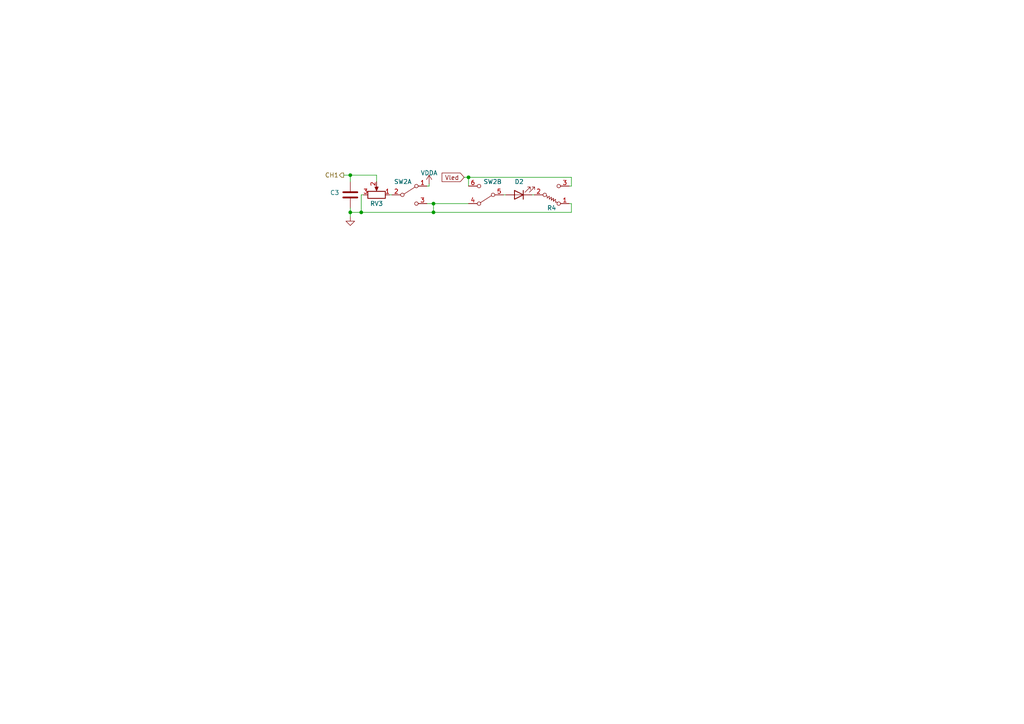
<source format=kicad_sch>
(kicad_sch (version 20230121) (generator eeschema)
  (paper "A4")
  (lib_symbols
    (symbol "Device:C" (pin_numbers hide) (pin_names (offset 0.254))
      (property "Reference" "C" (at 0.635 2.54 0))
      (property "Value" "C" (at 0.635 -2.54 0))
      (symbol "C_0_1"
        (polyline (pts (xy -2.032 -0.762) (xy 2.032 -0.762)) (stroke (width 0.508)))
        (polyline (pts (xy -2.032 0.762) (xy 2.032 0.762)) (stroke (width 0.508)))
      )
      (symbol "C_1_1"
        (pin passive line (at 0 3.81 270) (length 2.794) (name "~") (number "1"))
        (pin passive line (at 0 -3.81 90) (length 2.794) (name "~") (number "2"))
      )
    )
    (symbol "Device:LED" (pin_numbers hide) (pin_names (offset 1.016) hide)
      (property "Reference" "D" (at 0 2.54 0))
      (property "Value" "LED" (at 0 -2.54 0))
      (symbol "LED_0_1"
        (polyline (pts (xy -1.27 -1.27) (xy -1.27 1.27)) (stroke (width 0.254)))
        (polyline (pts (xy -1.27 0) (xy 1.27 0)))
        (polyline (pts (xy 1.27 -1.27) (xy 1.27 1.27) (xy -1.27 0) (xy 1.27 -1.27)) (stroke (width 0.254)))
        (polyline (pts (xy -3.048 -0.762) (xy -4.572 -2.286) (xy -3.81 -2.286) (xy -4.572 -2.286) (xy -4.572 -1.524)))
        (polyline (pts (xy -1.778 -0.762) (xy -3.302 -2.286) (xy -2.54 -2.286) (xy -3.302 -2.286) (xy -3.302 -1.524)))
      )
      (symbol "LED_1_1"
        (pin passive line (at -3.81 0 0) (length 2.54) (name "K") (number "1"))
        (pin passive line (at 3.81 0 180) (length 2.54) (name "A") (number "2"))
      )
    )
    (symbol "Device:R_Potentiometer" (pin_names (offset 1.016) hide)
      (property "Reference" "RV" (at -4.445 0 90))
      (property "Value" "R_Potentiometer" (at -2.54 0 90))
      (symbol "R_Potentiometer_0_1"
        (polyline (pts (xy 2.54 0) (xy 1.524 0)))
        (polyline (pts (xy 1.143 0) (xy 2.286 0.508) (xy 2.286 -0.508) (xy 1.143 0)) (fill (type outline)))
        (rectangle (start 1.016 2.54) (end -1.016 -2.54) (stroke (width 0.254)))
      )
      (symbol "R_Potentiometer_1_1"
        (pin passive line (at 0 3.81 270) (length 1.27) (name "1") (number "1"))
        (pin passive line (at 3.81 0 180) (length 1.27) (name "2") (number "2"))
        (pin passive line (at 0 -3.81 90) (length 1.27) (name "3") (number "3"))
      )
    )
    (symbol "Switch:SW_DPDT_x2" (pin_names (offset 0) hide)
      (property "Reference" "SW" (at 0 4.318 0))
      (property "Value" "SW_DPDT_x2" (at 0 -5.08 0))
      (symbol "SW_DPDT_x2_0_0"
        (circle (center -2.032 0) (radius 0.508))
        (circle (center 2.032 -2.54) (radius 0.508))
      )
      (symbol "SW_DPDT_x2_0_1"
        (polyline (pts (xy -1.524 0.254) (xy 1.651 2.286)))
        (circle (center 2.032 2.54) (radius 0.508))
      )
      (symbol "SW_DPDT_x2_1_1"
        (pin passive line (at 5.08 2.54 180) (length 2.54) (name "A") (number "1"))
        (pin passive line (at -5.08 0 0) (length 2.54) (name "B") (number "2"))
        (pin passive line (at 5.08 -2.54 180) (length 2.54) (name "C") (number "3"))
      )
      (symbol "SW_DPDT_x2_2_1"
        (pin passive line (at 5.08 2.54 180) (length 2.54) (name "A") (number "4"))
        (pin passive line (at -5.08 0 0) (length 2.54) (name "B") (number "5"))
        (pin passive line (at 5.08 -2.54 180) (length 2.54) (name "C") (number "6"))
      )
    )
    (symbol "Switch:SW_SPDT" (pin_names (offset 0) hide)
      (property "Reference" "SW9" (at 0 3.81 0))
      (symbol "SW_SPDT_0_0"
        (circle (center -2.032 0) (radius 0.508))
        (circle (center 2.032 -2.54) (radius 0.508))
      )
      (symbol "SW_SPDT_0_1"
        (polyline (pts (xy -1.3208 0.3556) (xy -1.5748 0.2032)))
        (polyline (pts (xy 1.1176 2.1844) (xy 1.27 2.032) (xy 1.6764 2.286)))
        (polyline (pts (xy -1.3208 0.3556) (xy -1.3208 0.9652) (xy -0.7112 0.3556) (xy -0.7112 1.27)))
        (polyline (pts (xy -0.7112 0.6604) (xy -0.7112 1.27) (xy -0.1016 0.6604) (xy -0.1016 1.5748)))
        (polyline (pts (xy -0.1016 0.9652) (xy -0.1016 1.5748) (xy 0.508 0.9652) (xy 0.508 1.8796)))
        (polyline (pts (xy 0.508 1.27) (xy 0.508 1.8796) (xy 1.1176 1.27) (xy 1.1176 2.1844)))
        (circle (center 2.032 2.54) (radius 0.508))
      )
      (symbol "SW_SPDT_1_1"
        (pin passive line (at 5.08 2.54 180) (length 2.54) (name "A") (number "1"))
        (pin passive line (at -5.08 0 0) (length 2.54) (name "B") (number "2"))
        (pin passive line (at 5.08 -2.54 180) (length 2.54) (name "C") (number "3"))
      )
    )
    (symbol "power:GND" (power) (pin_names (offset 0))
      (property "Value" "GND" (at 0 -3.81 0))
      (symbol "GND_0_1"
        (polyline (pts (xy 0 0) (xy 0 -1.27) (xy 1.27 -1.27) (xy 0 -2.54) (xy -1.27 -1.27) (xy 0 -1.27)))
      )
      (symbol "GND_1_1"
        (pin power_in line (at 0 0 270) (length 0) hide (name "GND") (number "1"))
      )
    )
    (symbol "power:VDDA" (power) (pin_names (offset 0))
      (property "Value" "VDDA" (at 0 3.81 0))
      (symbol "VDDA_0_1"
        (polyline (pts (xy -0.762 1.27) (xy 0 2.54)))
        (polyline (pts (xy 0 0) (xy 0 2.54)))
        (polyline (pts (xy 0 2.54) (xy 0.762 1.27)))
      )
      (symbol "VDDA_1_1"
        (pin power_in line (at 0 0 90) (length 0) hide (name "VDDA") (number "1"))
      )
    )
  )
  (junction (at 104.775 61.595))
  (junction (at 125.73 61.595))
  (junction (at 135.89 51.435))
  (junction (at 101.6 61.595))
  (junction (at 101.6 50.8))
  (junction (at 125.73 59.055))
  (wire (pts (xy 125.73 61.595) (xy 125.73 59.055)))
  (wire (pts (xy 101.6 60.325) (xy 101.6 61.595)))
  (wire (pts (xy 134.62 51.435) (xy 135.89 51.435)))
  (wire (pts (xy 109.22 52.705) (xy 109.22 50.8)))
  (wire (pts (xy 123.825 59.055) (xy 125.73 59.055)))
  (wire (pts (xy 101.6 62.865) (xy 101.6 61.595)))
  (wire (pts (xy 154.94 56.515) (xy 154.305 56.515)))
  (wire (pts (xy 104.775 56.515) (xy 104.775 61.595)))
  (wire (pts (xy 165.735 51.435) (xy 165.735 53.975)))
  (wire (pts (xy 146.685 56.515) (xy 146.05 56.515)))
  (wire (pts (xy 104.775 56.515) (xy 105.41 56.515)))
  (wire (pts (xy 124.46 53.34) (xy 124.46 53.975)))
  (wire (pts (xy 101.6 50.8) (xy 99.695 50.8)))
  (wire (pts (xy 124.46 53.975) (xy 123.825 53.975)))
  (wire (pts (xy 125.73 61.595) (xy 165.735 61.595)))
  (wire (pts (xy 135.89 51.435) (xy 165.735 51.435)))
  (wire (pts (xy 109.22 50.8) (xy 101.6 50.8)))
  (wire (pts (xy 165.735 59.055) (xy 165.735 61.595)))
  (wire (pts (xy 125.73 59.055) (xy 135.89 59.055)))
  (wire (pts (xy 165.1 59.055) (xy 165.735 59.055)))
  (wire (pts (xy 104.775 61.595) (xy 125.73 61.595)))
  (wire (pts (xy 135.89 51.435) (xy 135.89 53.975)))
  (wire (pts (xy 113.03 56.515) (xy 113.665 56.515)))
  (wire (pts (xy 101.6 50.8) (xy 101.6 52.705)))
  (wire (pts (xy 101.6 61.595) (xy 104.775 61.595)))
  (wire (pts (xy 165.1 53.975) (xy 165.735 53.975)))
  (global_label "Vled" (shape input) (at 134.62 51.435 180) (property "Intersheetrefs" "${INTERSHEET_REFS}" (effects hide)))
  (hierarchical_label "CH1" (shape output) (at 99.695 50.8 180))
  (symbol (lib_id "Switch:SW_DPDT_x2") (at 118.745 56.515 0) (unit 1)
    (property "Reference" "SW2" (at 116.84 52.705 0))
    (property "Value" "SW_DPDT_x2" (effects hide))
    (property "Footprint" "Button_Switch_THT:SPPH110900" (effects hide))
    (instances (project "DeeJ" (path "" (reference "SW2") (unit 1)) (path "" (reference "SW10") (unit 1))))
  )
  (symbol (lib_id "Switch:SW_DPDT_x2") (at 140.97 56.515 180) (unit 2)
    (property "Reference" "SW2" (at 142.875 52.705 0))
    (property "Value" "SW_DPDT_x2" (effects hide))
    (property "Footprint" "Button_Switch_THT:SPPH110900" (effects hide))
    (instances (project "DeeJ" (path "" (reference "SW2") (unit 2)) (path "" (reference "SW10") (unit 2))))
  )
  (symbol (lib_id "Switch:SW_SPDT") (at 160.02 56.515 0) (mirror x) (unit 1)
    (property "Reference" "R4" (at 160.02 60.325 0))
    (property "Value" "SW_SPDT" (effects hide))
    (property "Footprint" "Jumper:0603SPDT" (effects hide))
    (instances (project "DeeJ" (path "" (reference "R4") (unit 1)) (path "" (reference "R16") (unit 1))))
  )
  (symbol (lib_id "Device:C") (at 101.6 56.515 0) (unit 1)
    (property "Reference" "C3" (at 98.425 55.88 0) (effects (justify right)))
    (property "Value" "C" (effects hide))
    (instances (project "DeeJ" (path "" (reference "C3") (unit 1)) (path "" (reference "C13") (unit 1))))
  )
  (symbol (lib_id "Device:LED") (at 150.495 56.515 180) (unit 1)
    (property "Reference" "D2" (at 149.225 52.705 0) (effects (justify right)))
    (property "Value" "LED" (effects hide))
    (property "Footprint" "LED_THT:LED_D3.0mm" (effects hide))
    (instances (project "DeeJ" (path "" (reference "D2") (unit 1)) (path "" (reference "D4") (unit 1))))
  )
  (symbol (lib_id "power:GND") (at 101.6 62.865 0) (unit 1)
    (property "Reference" "#PWR07" (effects hide))
    (property "Value" "GND" (effects hide))
    (instances (project "DeeJ" (path "" (reference "#PWR07") (unit 1)) (path "" (reference "#PWR027") (unit 1))))
  )
  (symbol (lib_id "power:VDDA") (at 124.46 53.34 0) (unit 1)
    (property "Reference" "#PWR025" (effects hide))
    (property "Value" "VDDA" (at 124.46 50.165 0))
    (instances (project "DeeJ" (path "" (reference "#PWR025") (unit 1)) (path "" (reference "#PWR05") (unit 1))))
  )
  (symbol (lib_id "Device:R_Potentiometer") (at 109.22 56.515 270) (mirror x) (unit 1)
    (property "Reference" "RV3" (at 109.22 59.055 90))
    (property "Value" "R_Potentiometer" (effects hide))
    (property "Footprint" "Potentiometer_THT:RS45111A900F" (effects hide))
    (instances (project "DeeJ" (path "" (reference "RV3") (unit 1)) (path "" (reference "RV6") (unit 1))))
  )
)
</source>
